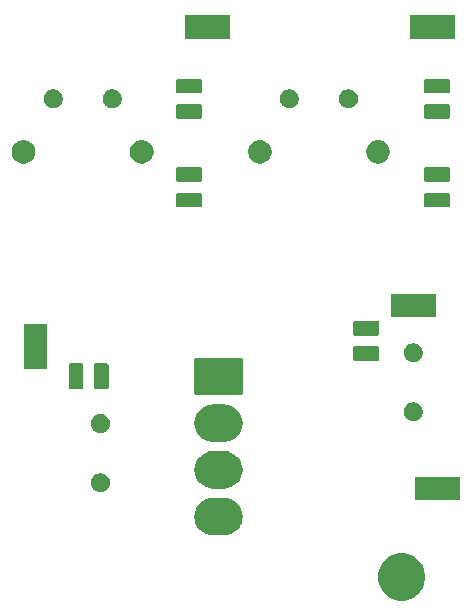
<source format=gbr>
G04 #@! TF.GenerationSoftware,KiCad,Pcbnew,5.1.6*
G04 #@! TF.CreationDate,2020-09-24T11:39:39+02:00*
G04 #@! TF.ProjectId,main,6d61696e-2e6b-4696-9361-645f70636258,v1.00*
G04 #@! TF.SameCoordinates,Original*
G04 #@! TF.FileFunction,Soldermask,Top*
G04 #@! TF.FilePolarity,Negative*
%FSLAX46Y46*%
G04 Gerber Fmt 4.6, Leading zero omitted, Abs format (unit mm)*
G04 Created by KiCad (PCBNEW 5.1.6) date 2020-09-24 11:39:39*
%MOMM*%
%LPD*%
G01*
G04 APERTURE LIST*
%ADD10C,0.100000*%
G04 APERTURE END LIST*
D10*
G36*
X166583377Y-135576858D02*
G01*
X166947353Y-135727622D01*
X166947355Y-135727623D01*
X167112251Y-135837803D01*
X167274925Y-135946498D01*
X167553502Y-136225075D01*
X167772378Y-136552647D01*
X167923142Y-136916623D01*
X168000000Y-137303016D01*
X168000000Y-137696984D01*
X167923142Y-138083377D01*
X167772378Y-138447353D01*
X167772377Y-138447355D01*
X167553501Y-138774926D01*
X167274926Y-139053501D01*
X166947355Y-139272377D01*
X166947354Y-139272378D01*
X166947353Y-139272378D01*
X166583377Y-139423142D01*
X166196984Y-139500000D01*
X165803016Y-139500000D01*
X165416623Y-139423142D01*
X165052647Y-139272378D01*
X165052646Y-139272378D01*
X165052645Y-139272377D01*
X164725074Y-139053501D01*
X164446499Y-138774926D01*
X164227623Y-138447355D01*
X164227622Y-138447353D01*
X164076858Y-138083377D01*
X164000000Y-137696984D01*
X164000000Y-137303016D01*
X164076858Y-136916623D01*
X164227622Y-136552647D01*
X164446498Y-136225075D01*
X164725075Y-135946498D01*
X164887749Y-135837803D01*
X165052645Y-135727623D01*
X165052647Y-135727622D01*
X165416623Y-135576858D01*
X165803016Y-135500000D01*
X166196984Y-135500000D01*
X166583377Y-135576858D01*
G37*
G36*
X151124985Y-130807621D02*
G01*
X151279734Y-130822862D01*
X151500071Y-130889701D01*
X151577569Y-130913209D01*
X151852047Y-131059921D01*
X152092634Y-131257366D01*
X152290079Y-131497953D01*
X152436791Y-131772431D01*
X152436792Y-131772435D01*
X152527138Y-132070266D01*
X152557644Y-132380000D01*
X152527138Y-132689734D01*
X152460299Y-132910071D01*
X152436791Y-132987569D01*
X152290079Y-133262047D01*
X152092634Y-133502634D01*
X151852047Y-133700079D01*
X151577569Y-133846791D01*
X151500071Y-133870299D01*
X151279734Y-133937138D01*
X151124985Y-133952379D01*
X151047612Y-133960000D01*
X149952388Y-133960000D01*
X149875015Y-133952379D01*
X149720266Y-133937138D01*
X149499929Y-133870299D01*
X149422431Y-133846791D01*
X149147953Y-133700079D01*
X148907366Y-133502634D01*
X148709921Y-133262047D01*
X148563209Y-132987569D01*
X148539701Y-132910071D01*
X148472862Y-132689734D01*
X148442356Y-132380000D01*
X148472862Y-132070266D01*
X148563208Y-131772435D01*
X148563209Y-131772431D01*
X148709921Y-131497953D01*
X148907366Y-131257366D01*
X149147953Y-131059921D01*
X149422431Y-130913209D01*
X149499929Y-130889701D01*
X149720266Y-130822862D01*
X149875015Y-130807621D01*
X149952388Y-130800000D01*
X151047612Y-130800000D01*
X151124985Y-130807621D01*
G37*
G36*
X170950000Y-131000000D02*
G01*
X167150000Y-131000000D01*
X167150000Y-129000000D01*
X170950000Y-129000000D01*
X170950000Y-131000000D01*
G37*
G36*
X140733351Y-128730743D02*
G01*
X140878941Y-128791048D01*
X141009970Y-128878599D01*
X141121401Y-128990030D01*
X141208952Y-129121059D01*
X141269257Y-129266649D01*
X141300000Y-129421206D01*
X141300000Y-129578794D01*
X141269257Y-129733351D01*
X141208952Y-129878941D01*
X141121401Y-130009970D01*
X141009970Y-130121401D01*
X140878941Y-130208952D01*
X140733351Y-130269257D01*
X140578794Y-130300000D01*
X140421206Y-130300000D01*
X140266649Y-130269257D01*
X140121059Y-130208952D01*
X139990030Y-130121401D01*
X139878599Y-130009970D01*
X139791048Y-129878941D01*
X139730743Y-129733351D01*
X139700000Y-129578794D01*
X139700000Y-129421206D01*
X139730743Y-129266649D01*
X139791048Y-129121059D01*
X139878599Y-128990030D01*
X139990030Y-128878599D01*
X140121059Y-128791048D01*
X140266649Y-128730743D01*
X140421206Y-128700000D01*
X140578794Y-128700000D01*
X140733351Y-128730743D01*
G37*
G36*
X151124985Y-126847621D02*
G01*
X151279734Y-126862862D01*
X151500071Y-126929701D01*
X151577569Y-126953209D01*
X151852047Y-127099921D01*
X152092634Y-127297366D01*
X152290079Y-127537953D01*
X152436791Y-127812431D01*
X152436792Y-127812435D01*
X152527138Y-128110266D01*
X152557644Y-128420000D01*
X152527138Y-128729734D01*
X152508538Y-128791049D01*
X152436791Y-129027569D01*
X152290079Y-129302047D01*
X152092634Y-129542634D01*
X151852047Y-129740079D01*
X151577569Y-129886791D01*
X151500071Y-129910299D01*
X151279734Y-129977138D01*
X151124985Y-129992379D01*
X151047612Y-130000000D01*
X149952388Y-130000000D01*
X149875015Y-129992379D01*
X149720266Y-129977138D01*
X149499929Y-129910299D01*
X149422431Y-129886791D01*
X149147953Y-129740079D01*
X148907366Y-129542634D01*
X148709921Y-129302047D01*
X148563209Y-129027569D01*
X148491462Y-128791049D01*
X148472862Y-128729734D01*
X148442356Y-128420000D01*
X148472862Y-128110266D01*
X148563208Y-127812435D01*
X148563209Y-127812431D01*
X148709921Y-127537953D01*
X148907366Y-127297366D01*
X149147953Y-127099921D01*
X149422431Y-126953209D01*
X149499929Y-126929701D01*
X149720266Y-126862862D01*
X149875015Y-126847621D01*
X149952388Y-126840000D01*
X151047612Y-126840000D01*
X151124985Y-126847621D01*
G37*
G36*
X151124985Y-122887621D02*
G01*
X151279734Y-122902862D01*
X151500071Y-122969701D01*
X151577569Y-122993209D01*
X151852047Y-123139921D01*
X152092634Y-123337366D01*
X152290079Y-123577953D01*
X152436791Y-123852431D01*
X152436792Y-123852435D01*
X152527138Y-124150266D01*
X152557644Y-124460000D01*
X152527138Y-124769734D01*
X152494010Y-124878941D01*
X152436791Y-125067569D01*
X152290079Y-125342047D01*
X152092634Y-125582634D01*
X151852047Y-125780079D01*
X151577569Y-125926791D01*
X151500071Y-125950299D01*
X151279734Y-126017138D01*
X151124985Y-126032379D01*
X151047612Y-126040000D01*
X149952388Y-126040000D01*
X149875015Y-126032379D01*
X149720266Y-126017138D01*
X149499929Y-125950299D01*
X149422431Y-125926791D01*
X149147953Y-125780079D01*
X148907366Y-125582634D01*
X148709921Y-125342047D01*
X148563209Y-125067569D01*
X148505990Y-124878941D01*
X148472862Y-124769734D01*
X148442356Y-124460000D01*
X148472862Y-124150266D01*
X148563208Y-123852435D01*
X148563209Y-123852431D01*
X148709921Y-123577953D01*
X148907366Y-123337366D01*
X149147953Y-123139921D01*
X149422431Y-122993209D01*
X149499929Y-122969701D01*
X149720266Y-122902862D01*
X149875015Y-122887621D01*
X149952388Y-122880000D01*
X151047612Y-122880000D01*
X151124985Y-122887621D01*
G37*
G36*
X140733351Y-123730743D02*
G01*
X140878941Y-123791048D01*
X141009970Y-123878599D01*
X141121401Y-123990030D01*
X141208952Y-124121059D01*
X141269257Y-124266649D01*
X141300000Y-124421206D01*
X141300000Y-124578794D01*
X141269257Y-124733351D01*
X141208952Y-124878941D01*
X141121401Y-125009970D01*
X141009970Y-125121401D01*
X140878941Y-125208952D01*
X140733351Y-125269257D01*
X140578794Y-125300000D01*
X140421206Y-125300000D01*
X140266649Y-125269257D01*
X140121059Y-125208952D01*
X139990030Y-125121401D01*
X139878599Y-125009970D01*
X139791048Y-124878941D01*
X139730743Y-124733351D01*
X139700000Y-124578794D01*
X139700000Y-124421206D01*
X139730743Y-124266649D01*
X139791048Y-124121059D01*
X139878599Y-123990030D01*
X139990030Y-123878599D01*
X140121059Y-123791048D01*
X140266649Y-123730743D01*
X140421206Y-123700000D01*
X140578794Y-123700000D01*
X140733351Y-123730743D01*
G37*
G36*
X167233351Y-122730743D02*
G01*
X167378941Y-122791048D01*
X167509970Y-122878599D01*
X167621401Y-122990030D01*
X167708952Y-123121059D01*
X167769257Y-123266649D01*
X167800000Y-123421206D01*
X167800000Y-123578794D01*
X167769257Y-123733351D01*
X167708952Y-123878941D01*
X167621401Y-124009970D01*
X167509970Y-124121401D01*
X167378941Y-124208952D01*
X167233351Y-124269257D01*
X167078794Y-124300000D01*
X166921206Y-124300000D01*
X166766649Y-124269257D01*
X166621059Y-124208952D01*
X166490030Y-124121401D01*
X166378599Y-124009970D01*
X166291048Y-123878941D01*
X166230743Y-123733351D01*
X166200000Y-123578794D01*
X166200000Y-123421206D01*
X166230743Y-123266649D01*
X166291048Y-123121059D01*
X166378599Y-122990030D01*
X166490030Y-122878599D01*
X166621059Y-122791048D01*
X166766649Y-122730743D01*
X166921206Y-122700000D01*
X167078794Y-122700000D01*
X167233351Y-122730743D01*
G37*
G36*
X152433346Y-118923375D02*
G01*
X152460398Y-118931581D01*
X152485319Y-118944902D01*
X152507168Y-118962832D01*
X152525098Y-118984681D01*
X152538419Y-119009602D01*
X152546625Y-119036654D01*
X152550000Y-119070920D01*
X152550000Y-121929080D01*
X152546625Y-121963346D01*
X152538419Y-121990398D01*
X152525098Y-122015319D01*
X152507168Y-122037168D01*
X152485319Y-122055098D01*
X152460398Y-122068419D01*
X152433346Y-122076625D01*
X152399080Y-122080000D01*
X148600920Y-122080000D01*
X148566654Y-122076625D01*
X148539602Y-122068419D01*
X148514681Y-122055098D01*
X148492832Y-122037168D01*
X148474902Y-122015319D01*
X148461581Y-121990398D01*
X148453375Y-121963346D01*
X148450000Y-121929080D01*
X148450000Y-119070920D01*
X148453375Y-119036654D01*
X148461581Y-119009602D01*
X148474902Y-118984681D01*
X148492832Y-118962832D01*
X148514681Y-118944902D01*
X148539602Y-118931581D01*
X148566654Y-118923375D01*
X148600920Y-118920000D01*
X152399080Y-118920000D01*
X152433346Y-118923375D01*
G37*
G36*
X141059024Y-119403955D02*
G01*
X141091738Y-119413879D01*
X141121885Y-119429993D01*
X141148315Y-119451685D01*
X141170007Y-119478115D01*
X141186121Y-119508262D01*
X141196045Y-119540976D01*
X141200000Y-119581138D01*
X141200000Y-121418862D01*
X141196045Y-121459024D01*
X141186121Y-121491738D01*
X141170007Y-121521885D01*
X141148315Y-121548315D01*
X141121885Y-121570007D01*
X141091738Y-121586121D01*
X141059024Y-121596045D01*
X141018862Y-121600000D01*
X140131138Y-121600000D01*
X140090976Y-121596045D01*
X140058262Y-121586121D01*
X140028115Y-121570007D01*
X140001685Y-121548315D01*
X139979993Y-121521885D01*
X139963879Y-121491738D01*
X139953955Y-121459024D01*
X139950000Y-121418862D01*
X139950000Y-119581138D01*
X139953955Y-119540976D01*
X139963879Y-119508262D01*
X139979993Y-119478115D01*
X140001685Y-119451685D01*
X140028115Y-119429993D01*
X140058262Y-119413879D01*
X140090976Y-119403955D01*
X140131138Y-119400000D01*
X141018862Y-119400000D01*
X141059024Y-119403955D01*
G37*
G36*
X138909024Y-119403955D02*
G01*
X138941738Y-119413879D01*
X138971885Y-119429993D01*
X138998315Y-119451685D01*
X139020007Y-119478115D01*
X139036121Y-119508262D01*
X139046045Y-119540976D01*
X139050000Y-119581138D01*
X139050000Y-121418862D01*
X139046045Y-121459024D01*
X139036121Y-121491738D01*
X139020007Y-121521885D01*
X138998315Y-121548315D01*
X138971885Y-121570007D01*
X138941738Y-121586121D01*
X138909024Y-121596045D01*
X138868862Y-121600000D01*
X137981138Y-121600000D01*
X137940976Y-121596045D01*
X137908262Y-121586121D01*
X137878115Y-121570007D01*
X137851685Y-121548315D01*
X137829993Y-121521885D01*
X137813879Y-121491738D01*
X137803955Y-121459024D01*
X137800000Y-121418862D01*
X137800000Y-119581138D01*
X137803955Y-119540976D01*
X137813879Y-119508262D01*
X137829993Y-119478115D01*
X137851685Y-119451685D01*
X137878115Y-119429993D01*
X137908262Y-119413879D01*
X137940976Y-119403955D01*
X137981138Y-119400000D01*
X138868862Y-119400000D01*
X138909024Y-119403955D01*
G37*
G36*
X136000000Y-119900000D02*
G01*
X134000000Y-119900000D01*
X134000000Y-116100000D01*
X136000000Y-116100000D01*
X136000000Y-119900000D01*
G37*
G36*
X167233351Y-117730743D02*
G01*
X167378941Y-117791048D01*
X167509970Y-117878599D01*
X167621401Y-117990030D01*
X167708952Y-118121059D01*
X167769257Y-118266649D01*
X167800000Y-118421206D01*
X167800000Y-118578794D01*
X167769257Y-118733351D01*
X167708952Y-118878941D01*
X167621401Y-119009970D01*
X167509970Y-119121401D01*
X167378941Y-119208952D01*
X167233351Y-119269257D01*
X167078794Y-119300000D01*
X166921206Y-119300000D01*
X166766649Y-119269257D01*
X166621059Y-119208952D01*
X166490030Y-119121401D01*
X166378599Y-119009970D01*
X166291048Y-118878941D01*
X166230743Y-118733351D01*
X166200000Y-118578794D01*
X166200000Y-118421206D01*
X166230743Y-118266649D01*
X166291048Y-118121059D01*
X166378599Y-117990030D01*
X166490030Y-117878599D01*
X166621059Y-117791048D01*
X166766649Y-117730743D01*
X166921206Y-117700000D01*
X167078794Y-117700000D01*
X167233351Y-117730743D01*
G37*
G36*
X163959024Y-117953955D02*
G01*
X163991738Y-117963879D01*
X164021885Y-117979993D01*
X164048315Y-118001685D01*
X164070007Y-118028115D01*
X164086121Y-118058262D01*
X164096045Y-118090976D01*
X164100000Y-118131138D01*
X164100000Y-119018862D01*
X164096045Y-119059024D01*
X164086121Y-119091738D01*
X164070007Y-119121885D01*
X164048315Y-119148315D01*
X164021885Y-119170007D01*
X163991738Y-119186121D01*
X163959024Y-119196045D01*
X163918862Y-119200000D01*
X162081138Y-119200000D01*
X162040976Y-119196045D01*
X162008262Y-119186121D01*
X161978115Y-119170007D01*
X161951685Y-119148315D01*
X161929993Y-119121885D01*
X161913879Y-119091738D01*
X161903955Y-119059024D01*
X161900000Y-119018862D01*
X161900000Y-118131138D01*
X161903955Y-118090976D01*
X161913879Y-118058262D01*
X161929993Y-118028115D01*
X161951685Y-118001685D01*
X161978115Y-117979993D01*
X162008262Y-117963879D01*
X162040976Y-117953955D01*
X162081138Y-117950000D01*
X163918862Y-117950000D01*
X163959024Y-117953955D01*
G37*
G36*
X163959024Y-115803955D02*
G01*
X163991738Y-115813879D01*
X164021885Y-115829993D01*
X164048315Y-115851685D01*
X164070007Y-115878115D01*
X164086121Y-115908262D01*
X164096045Y-115940976D01*
X164100000Y-115981138D01*
X164100000Y-116868862D01*
X164096045Y-116909024D01*
X164086121Y-116941738D01*
X164070007Y-116971885D01*
X164048315Y-116998315D01*
X164021885Y-117020007D01*
X163991738Y-117036121D01*
X163959024Y-117046045D01*
X163918862Y-117050000D01*
X162081138Y-117050000D01*
X162040976Y-117046045D01*
X162008262Y-117036121D01*
X161978115Y-117020007D01*
X161951685Y-116998315D01*
X161929993Y-116971885D01*
X161913879Y-116941738D01*
X161903955Y-116909024D01*
X161900000Y-116868862D01*
X161900000Y-115981138D01*
X161903955Y-115940976D01*
X161913879Y-115908262D01*
X161929993Y-115878115D01*
X161951685Y-115851685D01*
X161978115Y-115829993D01*
X162008262Y-115813879D01*
X162040976Y-115803955D01*
X162081138Y-115800000D01*
X163918862Y-115800000D01*
X163959024Y-115803955D01*
G37*
G36*
X168900000Y-115500000D02*
G01*
X165100000Y-115500000D01*
X165100000Y-113500000D01*
X168900000Y-113500000D01*
X168900000Y-115500000D01*
G37*
G36*
X169959024Y-104953955D02*
G01*
X169991738Y-104963879D01*
X170021885Y-104979993D01*
X170048315Y-105001685D01*
X170070007Y-105028115D01*
X170086121Y-105058262D01*
X170096045Y-105090976D01*
X170100000Y-105131138D01*
X170100000Y-106018862D01*
X170096045Y-106059024D01*
X170086121Y-106091738D01*
X170070007Y-106121885D01*
X170048315Y-106148315D01*
X170021885Y-106170007D01*
X169991738Y-106186121D01*
X169959024Y-106196045D01*
X169918862Y-106200000D01*
X168081138Y-106200000D01*
X168040976Y-106196045D01*
X168008262Y-106186121D01*
X167978115Y-106170007D01*
X167951685Y-106148315D01*
X167929993Y-106121885D01*
X167913879Y-106091738D01*
X167903955Y-106059024D01*
X167900000Y-106018862D01*
X167900000Y-105131138D01*
X167903955Y-105090976D01*
X167913879Y-105058262D01*
X167929993Y-105028115D01*
X167951685Y-105001685D01*
X167978115Y-104979993D01*
X168008262Y-104963879D01*
X168040976Y-104953955D01*
X168081138Y-104950000D01*
X169918862Y-104950000D01*
X169959024Y-104953955D01*
G37*
G36*
X148959024Y-104953955D02*
G01*
X148991738Y-104963879D01*
X149021885Y-104979993D01*
X149048315Y-105001685D01*
X149070007Y-105028115D01*
X149086121Y-105058262D01*
X149096045Y-105090976D01*
X149100000Y-105131138D01*
X149100000Y-106018862D01*
X149096045Y-106059024D01*
X149086121Y-106091738D01*
X149070007Y-106121885D01*
X149048315Y-106148315D01*
X149021885Y-106170007D01*
X148991738Y-106186121D01*
X148959024Y-106196045D01*
X148918862Y-106200000D01*
X147081138Y-106200000D01*
X147040976Y-106196045D01*
X147008262Y-106186121D01*
X146978115Y-106170007D01*
X146951685Y-106148315D01*
X146929993Y-106121885D01*
X146913879Y-106091738D01*
X146903955Y-106059024D01*
X146900000Y-106018862D01*
X146900000Y-105131138D01*
X146903955Y-105090976D01*
X146913879Y-105058262D01*
X146929993Y-105028115D01*
X146951685Y-105001685D01*
X146978115Y-104979993D01*
X147008262Y-104963879D01*
X147040976Y-104953955D01*
X147081138Y-104950000D01*
X148918862Y-104950000D01*
X148959024Y-104953955D01*
G37*
G36*
X148959024Y-102803955D02*
G01*
X148991738Y-102813879D01*
X149021885Y-102829993D01*
X149048315Y-102851685D01*
X149070007Y-102878115D01*
X149086121Y-102908262D01*
X149096045Y-102940976D01*
X149100000Y-102981138D01*
X149100000Y-103868862D01*
X149096045Y-103909024D01*
X149086121Y-103941738D01*
X149070007Y-103971885D01*
X149048315Y-103998315D01*
X149021885Y-104020007D01*
X148991738Y-104036121D01*
X148959024Y-104046045D01*
X148918862Y-104050000D01*
X147081138Y-104050000D01*
X147040976Y-104046045D01*
X147008262Y-104036121D01*
X146978115Y-104020007D01*
X146951685Y-103998315D01*
X146929993Y-103971885D01*
X146913879Y-103941738D01*
X146903955Y-103909024D01*
X146900000Y-103868862D01*
X146900000Y-102981138D01*
X146903955Y-102940976D01*
X146913879Y-102908262D01*
X146929993Y-102878115D01*
X146951685Y-102851685D01*
X146978115Y-102829993D01*
X147008262Y-102813879D01*
X147040976Y-102803955D01*
X147081138Y-102800000D01*
X148918862Y-102800000D01*
X148959024Y-102803955D01*
G37*
G36*
X169959024Y-102803955D02*
G01*
X169991738Y-102813879D01*
X170021885Y-102829993D01*
X170048315Y-102851685D01*
X170070007Y-102878115D01*
X170086121Y-102908262D01*
X170096045Y-102940976D01*
X170100000Y-102981138D01*
X170100000Y-103868862D01*
X170096045Y-103909024D01*
X170086121Y-103941738D01*
X170070007Y-103971885D01*
X170048315Y-103998315D01*
X170021885Y-104020007D01*
X169991738Y-104036121D01*
X169959024Y-104046045D01*
X169918862Y-104050000D01*
X168081138Y-104050000D01*
X168040976Y-104046045D01*
X168008262Y-104036121D01*
X167978115Y-104020007D01*
X167951685Y-103998315D01*
X167929993Y-103971885D01*
X167913879Y-103941738D01*
X167903955Y-103909024D01*
X167900000Y-103868862D01*
X167900000Y-102981138D01*
X167903955Y-102940976D01*
X167913879Y-102908262D01*
X167929993Y-102878115D01*
X167951685Y-102851685D01*
X167978115Y-102829993D01*
X168008262Y-102813879D01*
X168040976Y-102803955D01*
X168081138Y-102800000D01*
X169918862Y-102800000D01*
X169959024Y-102803955D01*
G37*
G36*
X144227290Y-100525619D02*
G01*
X144291689Y-100538429D01*
X144473678Y-100613811D01*
X144637463Y-100723249D01*
X144776751Y-100862537D01*
X144886189Y-101026322D01*
X144961571Y-101208311D01*
X145000000Y-101401509D01*
X145000000Y-101598491D01*
X144961571Y-101791689D01*
X144886189Y-101973678D01*
X144776751Y-102137463D01*
X144637463Y-102276751D01*
X144473678Y-102386189D01*
X144291689Y-102461571D01*
X144227290Y-102474381D01*
X144098493Y-102500000D01*
X143901507Y-102500000D01*
X143772710Y-102474381D01*
X143708311Y-102461571D01*
X143526322Y-102386189D01*
X143362537Y-102276751D01*
X143223249Y-102137463D01*
X143113811Y-101973678D01*
X143038429Y-101791689D01*
X143000000Y-101598491D01*
X143000000Y-101401509D01*
X143038429Y-101208311D01*
X143113811Y-101026322D01*
X143223249Y-100862537D01*
X143362537Y-100723249D01*
X143526322Y-100613811D01*
X143708311Y-100538429D01*
X143772710Y-100525619D01*
X143901507Y-100500000D01*
X144098493Y-100500000D01*
X144227290Y-100525619D01*
G37*
G36*
X164227290Y-100525619D02*
G01*
X164291689Y-100538429D01*
X164473678Y-100613811D01*
X164637463Y-100723249D01*
X164776751Y-100862537D01*
X164886189Y-101026322D01*
X164961571Y-101208311D01*
X165000000Y-101401509D01*
X165000000Y-101598491D01*
X164961571Y-101791689D01*
X164886189Y-101973678D01*
X164776751Y-102137463D01*
X164637463Y-102276751D01*
X164473678Y-102386189D01*
X164291689Y-102461571D01*
X164227290Y-102474381D01*
X164098493Y-102500000D01*
X163901507Y-102500000D01*
X163772710Y-102474381D01*
X163708311Y-102461571D01*
X163526322Y-102386189D01*
X163362537Y-102276751D01*
X163223249Y-102137463D01*
X163113811Y-101973678D01*
X163038429Y-101791689D01*
X163000000Y-101598491D01*
X163000000Y-101401509D01*
X163038429Y-101208311D01*
X163113811Y-101026322D01*
X163223249Y-100862537D01*
X163362537Y-100723249D01*
X163526322Y-100613811D01*
X163708311Y-100538429D01*
X163772710Y-100525619D01*
X163901507Y-100500000D01*
X164098493Y-100500000D01*
X164227290Y-100525619D01*
G37*
G36*
X134227290Y-100525619D02*
G01*
X134291689Y-100538429D01*
X134473678Y-100613811D01*
X134637463Y-100723249D01*
X134776751Y-100862537D01*
X134886189Y-101026322D01*
X134961571Y-101208311D01*
X135000000Y-101401509D01*
X135000000Y-101598491D01*
X134961571Y-101791689D01*
X134886189Y-101973678D01*
X134776751Y-102137463D01*
X134637463Y-102276751D01*
X134473678Y-102386189D01*
X134291689Y-102461571D01*
X134227290Y-102474381D01*
X134098493Y-102500000D01*
X133901507Y-102500000D01*
X133772710Y-102474381D01*
X133708311Y-102461571D01*
X133526322Y-102386189D01*
X133362537Y-102276751D01*
X133223249Y-102137463D01*
X133113811Y-101973678D01*
X133038429Y-101791689D01*
X133000000Y-101598491D01*
X133000000Y-101401509D01*
X133038429Y-101208311D01*
X133113811Y-101026322D01*
X133223249Y-100862537D01*
X133362537Y-100723249D01*
X133526322Y-100613811D01*
X133708311Y-100538429D01*
X133772710Y-100525619D01*
X133901507Y-100500000D01*
X134098493Y-100500000D01*
X134227290Y-100525619D01*
G37*
G36*
X154227290Y-100525619D02*
G01*
X154291689Y-100538429D01*
X154473678Y-100613811D01*
X154637463Y-100723249D01*
X154776751Y-100862537D01*
X154886189Y-101026322D01*
X154961571Y-101208311D01*
X155000000Y-101401509D01*
X155000000Y-101598491D01*
X154961571Y-101791689D01*
X154886189Y-101973678D01*
X154776751Y-102137463D01*
X154637463Y-102276751D01*
X154473678Y-102386189D01*
X154291689Y-102461571D01*
X154227290Y-102474381D01*
X154098493Y-102500000D01*
X153901507Y-102500000D01*
X153772710Y-102474381D01*
X153708311Y-102461571D01*
X153526322Y-102386189D01*
X153362537Y-102276751D01*
X153223249Y-102137463D01*
X153113811Y-101973678D01*
X153038429Y-101791689D01*
X153000000Y-101598491D01*
X153000000Y-101401509D01*
X153038429Y-101208311D01*
X153113811Y-101026322D01*
X153223249Y-100862537D01*
X153362537Y-100723249D01*
X153526322Y-100613811D01*
X153708311Y-100538429D01*
X153772710Y-100525619D01*
X153901507Y-100500000D01*
X154098493Y-100500000D01*
X154227290Y-100525619D01*
G37*
G36*
X148959024Y-97453955D02*
G01*
X148991738Y-97463879D01*
X149021885Y-97479993D01*
X149048315Y-97501685D01*
X149070007Y-97528115D01*
X149086121Y-97558262D01*
X149096045Y-97590976D01*
X149100000Y-97631138D01*
X149100000Y-98518862D01*
X149096045Y-98559024D01*
X149086121Y-98591738D01*
X149070007Y-98621885D01*
X149048315Y-98648315D01*
X149021885Y-98670007D01*
X148991738Y-98686121D01*
X148959024Y-98696045D01*
X148918862Y-98700000D01*
X147081138Y-98700000D01*
X147040976Y-98696045D01*
X147008262Y-98686121D01*
X146978115Y-98670007D01*
X146951685Y-98648315D01*
X146929993Y-98621885D01*
X146913879Y-98591738D01*
X146903955Y-98559024D01*
X146900000Y-98518862D01*
X146900000Y-97631138D01*
X146903955Y-97590976D01*
X146913879Y-97558262D01*
X146929993Y-97528115D01*
X146951685Y-97501685D01*
X146978115Y-97479993D01*
X147008262Y-97463879D01*
X147040976Y-97453955D01*
X147081138Y-97450000D01*
X148918862Y-97450000D01*
X148959024Y-97453955D01*
G37*
G36*
X169959024Y-97453955D02*
G01*
X169991738Y-97463879D01*
X170021885Y-97479993D01*
X170048315Y-97501685D01*
X170070007Y-97528115D01*
X170086121Y-97558262D01*
X170096045Y-97590976D01*
X170100000Y-97631138D01*
X170100000Y-98518862D01*
X170096045Y-98559024D01*
X170086121Y-98591738D01*
X170070007Y-98621885D01*
X170048315Y-98648315D01*
X170021885Y-98670007D01*
X169991738Y-98686121D01*
X169959024Y-98696045D01*
X169918862Y-98700000D01*
X168081138Y-98700000D01*
X168040976Y-98696045D01*
X168008262Y-98686121D01*
X167978115Y-98670007D01*
X167951685Y-98648315D01*
X167929993Y-98621885D01*
X167913879Y-98591738D01*
X167903955Y-98559024D01*
X167900000Y-98518862D01*
X167900000Y-97631138D01*
X167903955Y-97590976D01*
X167913879Y-97558262D01*
X167929993Y-97528115D01*
X167951685Y-97501685D01*
X167978115Y-97479993D01*
X168008262Y-97463879D01*
X168040976Y-97453955D01*
X168081138Y-97450000D01*
X169918862Y-97450000D01*
X169959024Y-97453955D01*
G37*
G36*
X161733351Y-96230743D02*
G01*
X161878941Y-96291048D01*
X162009970Y-96378599D01*
X162121401Y-96490030D01*
X162208952Y-96621059D01*
X162269257Y-96766649D01*
X162300000Y-96921206D01*
X162300000Y-97078794D01*
X162269257Y-97233351D01*
X162208952Y-97378941D01*
X162121401Y-97509970D01*
X162009970Y-97621401D01*
X161878941Y-97708952D01*
X161733351Y-97769257D01*
X161578794Y-97800000D01*
X161421206Y-97800000D01*
X161266649Y-97769257D01*
X161121059Y-97708952D01*
X160990030Y-97621401D01*
X160878599Y-97509970D01*
X160791048Y-97378941D01*
X160730743Y-97233351D01*
X160700000Y-97078794D01*
X160700000Y-96921206D01*
X160730743Y-96766649D01*
X160791048Y-96621059D01*
X160878599Y-96490030D01*
X160990030Y-96378599D01*
X161121059Y-96291048D01*
X161266649Y-96230743D01*
X161421206Y-96200000D01*
X161578794Y-96200000D01*
X161733351Y-96230743D01*
G37*
G36*
X156733351Y-96230743D02*
G01*
X156878941Y-96291048D01*
X157009970Y-96378599D01*
X157121401Y-96490030D01*
X157208952Y-96621059D01*
X157269257Y-96766649D01*
X157300000Y-96921206D01*
X157300000Y-97078794D01*
X157269257Y-97233351D01*
X157208952Y-97378941D01*
X157121401Y-97509970D01*
X157009970Y-97621401D01*
X156878941Y-97708952D01*
X156733351Y-97769257D01*
X156578794Y-97800000D01*
X156421206Y-97800000D01*
X156266649Y-97769257D01*
X156121059Y-97708952D01*
X155990030Y-97621401D01*
X155878599Y-97509970D01*
X155791048Y-97378941D01*
X155730743Y-97233351D01*
X155700000Y-97078794D01*
X155700000Y-96921206D01*
X155730743Y-96766649D01*
X155791048Y-96621059D01*
X155878599Y-96490030D01*
X155990030Y-96378599D01*
X156121059Y-96291048D01*
X156266649Y-96230743D01*
X156421206Y-96200000D01*
X156578794Y-96200000D01*
X156733351Y-96230743D01*
G37*
G36*
X136733351Y-96230743D02*
G01*
X136878941Y-96291048D01*
X137009970Y-96378599D01*
X137121401Y-96490030D01*
X137208952Y-96621059D01*
X137269257Y-96766649D01*
X137300000Y-96921206D01*
X137300000Y-97078794D01*
X137269257Y-97233351D01*
X137208952Y-97378941D01*
X137121401Y-97509970D01*
X137009970Y-97621401D01*
X136878941Y-97708952D01*
X136733351Y-97769257D01*
X136578794Y-97800000D01*
X136421206Y-97800000D01*
X136266649Y-97769257D01*
X136121059Y-97708952D01*
X135990030Y-97621401D01*
X135878599Y-97509970D01*
X135791048Y-97378941D01*
X135730743Y-97233351D01*
X135700000Y-97078794D01*
X135700000Y-96921206D01*
X135730743Y-96766649D01*
X135791048Y-96621059D01*
X135878599Y-96490030D01*
X135990030Y-96378599D01*
X136121059Y-96291048D01*
X136266649Y-96230743D01*
X136421206Y-96200000D01*
X136578794Y-96200000D01*
X136733351Y-96230743D01*
G37*
G36*
X141733351Y-96230743D02*
G01*
X141878941Y-96291048D01*
X142009970Y-96378599D01*
X142121401Y-96490030D01*
X142208952Y-96621059D01*
X142269257Y-96766649D01*
X142300000Y-96921206D01*
X142300000Y-97078794D01*
X142269257Y-97233351D01*
X142208952Y-97378941D01*
X142121401Y-97509970D01*
X142009970Y-97621401D01*
X141878941Y-97708952D01*
X141733351Y-97769257D01*
X141578794Y-97800000D01*
X141421206Y-97800000D01*
X141266649Y-97769257D01*
X141121059Y-97708952D01*
X140990030Y-97621401D01*
X140878599Y-97509970D01*
X140791048Y-97378941D01*
X140730743Y-97233351D01*
X140700000Y-97078794D01*
X140700000Y-96921206D01*
X140730743Y-96766649D01*
X140791048Y-96621059D01*
X140878599Y-96490030D01*
X140990030Y-96378599D01*
X141121059Y-96291048D01*
X141266649Y-96230743D01*
X141421206Y-96200000D01*
X141578794Y-96200000D01*
X141733351Y-96230743D01*
G37*
G36*
X169959024Y-95303955D02*
G01*
X169991738Y-95313879D01*
X170021885Y-95329993D01*
X170048315Y-95351685D01*
X170070007Y-95378115D01*
X170086121Y-95408262D01*
X170096045Y-95440976D01*
X170100000Y-95481138D01*
X170100000Y-96368862D01*
X170096045Y-96409024D01*
X170086121Y-96441738D01*
X170070007Y-96471885D01*
X170048315Y-96498315D01*
X170021885Y-96520007D01*
X169991738Y-96536121D01*
X169959024Y-96546045D01*
X169918862Y-96550000D01*
X168081138Y-96550000D01*
X168040976Y-96546045D01*
X168008262Y-96536121D01*
X167978115Y-96520007D01*
X167951685Y-96498315D01*
X167929993Y-96471885D01*
X167913879Y-96441738D01*
X167903955Y-96409024D01*
X167900000Y-96368862D01*
X167900000Y-95481138D01*
X167903955Y-95440976D01*
X167913879Y-95408262D01*
X167929993Y-95378115D01*
X167951685Y-95351685D01*
X167978115Y-95329993D01*
X168008262Y-95313879D01*
X168040976Y-95303955D01*
X168081138Y-95300000D01*
X169918862Y-95300000D01*
X169959024Y-95303955D01*
G37*
G36*
X148959024Y-95303955D02*
G01*
X148991738Y-95313879D01*
X149021885Y-95329993D01*
X149048315Y-95351685D01*
X149070007Y-95378115D01*
X149086121Y-95408262D01*
X149096045Y-95440976D01*
X149100000Y-95481138D01*
X149100000Y-96368862D01*
X149096045Y-96409024D01*
X149086121Y-96441738D01*
X149070007Y-96471885D01*
X149048315Y-96498315D01*
X149021885Y-96520007D01*
X148991738Y-96536121D01*
X148959024Y-96546045D01*
X148918862Y-96550000D01*
X147081138Y-96550000D01*
X147040976Y-96546045D01*
X147008262Y-96536121D01*
X146978115Y-96520007D01*
X146951685Y-96498315D01*
X146929993Y-96471885D01*
X146913879Y-96441738D01*
X146903955Y-96409024D01*
X146900000Y-96368862D01*
X146900000Y-95481138D01*
X146903955Y-95440976D01*
X146913879Y-95408262D01*
X146929993Y-95378115D01*
X146951685Y-95351685D01*
X146978115Y-95329993D01*
X147008262Y-95313879D01*
X147040976Y-95303955D01*
X147081138Y-95300000D01*
X148918862Y-95300000D01*
X148959024Y-95303955D01*
G37*
G36*
X170525000Y-91900000D02*
G01*
X166725000Y-91900000D01*
X166725000Y-89900000D01*
X170525000Y-89900000D01*
X170525000Y-91900000D01*
G37*
G36*
X151475000Y-91900000D02*
G01*
X147675000Y-91900000D01*
X147675000Y-89900000D01*
X151475000Y-89900000D01*
X151475000Y-91900000D01*
G37*
M02*

</source>
